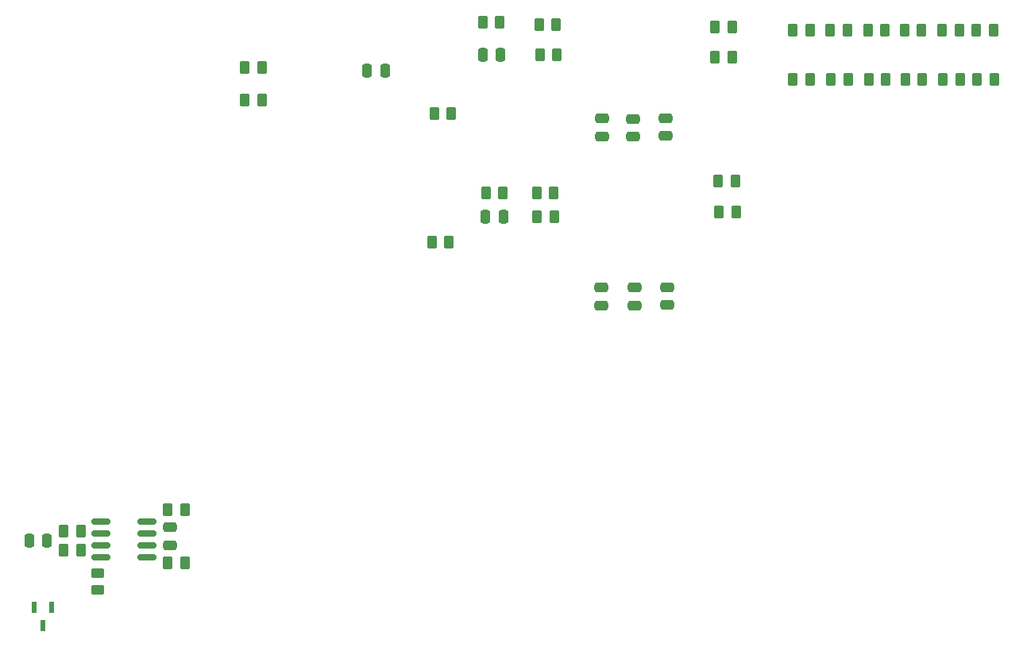
<source format=gbr>
%TF.GenerationSoftware,KiCad,Pcbnew,8.0.4*%
%TF.CreationDate,2025-05-16T22:52:33-07:00*%
%TF.ProjectId,pcc_v0.1,7063635f-7630-42e3-912e-6b696361645f,rev?*%
%TF.SameCoordinates,Original*%
%TF.FileFunction,Paste,Top*%
%TF.FilePolarity,Positive*%
%FSLAX46Y46*%
G04 Gerber Fmt 4.6, Leading zero omitted, Abs format (unit mm)*
G04 Created by KiCad (PCBNEW 8.0.4) date 2025-05-16 22:52:33*
%MOMM*%
%LPD*%
G01*
G04 APERTURE LIST*
G04 Aperture macros list*
%AMRoundRect*
0 Rectangle with rounded corners*
0 $1 Rounding radius*
0 $2 $3 $4 $5 $6 $7 $8 $9 X,Y pos of 4 corners*
0 Add a 4 corners polygon primitive as box body*
4,1,4,$2,$3,$4,$5,$6,$7,$8,$9,$2,$3,0*
0 Add four circle primitives for the rounded corners*
1,1,$1+$1,$2,$3*
1,1,$1+$1,$4,$5*
1,1,$1+$1,$6,$7*
1,1,$1+$1,$8,$9*
0 Add four rect primitives between the rounded corners*
20,1,$1+$1,$2,$3,$4,$5,0*
20,1,$1+$1,$4,$5,$6,$7,0*
20,1,$1+$1,$6,$7,$8,$9,0*
20,1,$1+$1,$8,$9,$2,$3,0*%
G04 Aperture macros list end*
%ADD10RoundRect,0.250000X-0.475000X0.250000X-0.475000X-0.250000X0.475000X-0.250000X0.475000X0.250000X0*%
%ADD11RoundRect,0.250000X-0.262500X-0.450000X0.262500X-0.450000X0.262500X0.450000X-0.262500X0.450000X0*%
%ADD12RoundRect,0.250000X0.262500X0.450000X-0.262500X0.450000X-0.262500X-0.450000X0.262500X-0.450000X0*%
%ADD13RoundRect,0.250000X-0.250000X-0.475000X0.250000X-0.475000X0.250000X0.475000X-0.250000X0.475000X0*%
%ADD14R,0.558800X1.270000*%
%ADD15RoundRect,0.150000X0.825000X0.150000X-0.825000X0.150000X-0.825000X-0.150000X0.825000X-0.150000X0*%
%ADD16RoundRect,0.250000X0.250000X0.475000X-0.250000X0.475000X-0.250000X-0.475000X0.250000X-0.475000X0*%
%ADD17RoundRect,0.250000X-0.450000X0.262500X-0.450000X-0.262500X0.450000X-0.262500X0.450000X0.262500X0*%
G04 APERTURE END LIST*
D10*
%TO.C,C6*%
X133230000Y-52210000D03*
X133230000Y-54110000D03*
%TD*%
D11*
%TO.C,R19*%
X145730000Y-44160000D03*
X147555000Y-44160000D03*
%TD*%
D12*
%TO.C,R21*%
X175012753Y-24750253D03*
X173187753Y-24750253D03*
%TD*%
%TO.C,R4*%
X159512753Y-30000253D03*
X157687753Y-30000253D03*
%TD*%
D11*
%TO.C,R33*%
X75900253Y-78190253D03*
X77725253Y-78190253D03*
%TD*%
D13*
%TO.C,C5*%
X120850000Y-44650000D03*
X122750000Y-44650000D03*
%TD*%
D12*
%TO.C,R30*%
X88800253Y-75890253D03*
X86975253Y-75890253D03*
%TD*%
%TO.C,R16*%
X128462500Y-27400000D03*
X126637500Y-27400000D03*
%TD*%
%TO.C,R12*%
X97025253Y-28750253D03*
X95200253Y-28750253D03*
%TD*%
D10*
%TO.C,C1*%
X140050000Y-34150000D03*
X140050000Y-36050000D03*
%TD*%
%TO.C,C10*%
X87200253Y-77790253D03*
X87200253Y-79690253D03*
%TD*%
D12*
%TO.C,R5*%
X159425253Y-24750253D03*
X157600253Y-24750253D03*
%TD*%
%TO.C,R2*%
X171425253Y-30000253D03*
X169600253Y-30000253D03*
%TD*%
D13*
%TO.C,C4*%
X120580000Y-27410000D03*
X122480000Y-27410000D03*
%TD*%
D14*
%TO.C,U5*%
X74600253Y-86350253D03*
X72770255Y-86350253D03*
X73685254Y-88280653D03*
%TD*%
D12*
%TO.C,R18*%
X147462500Y-40900000D03*
X145637500Y-40900000D03*
%TD*%
%TO.C,R1*%
X175100253Y-30000253D03*
X173275253Y-30000253D03*
%TD*%
D11*
%TO.C,R31*%
X86987753Y-81590253D03*
X88812753Y-81590253D03*
%TD*%
D15*
%TO.C,U8*%
X84800253Y-81000253D03*
X84800253Y-79730253D03*
X84800253Y-78460253D03*
X84800253Y-77190253D03*
X79850253Y-77190253D03*
X79850253Y-78460253D03*
X79850253Y-79730253D03*
X79850253Y-81000253D03*
%TD*%
D12*
%TO.C,R26*%
X117212500Y-33650000D03*
X115387500Y-33650000D03*
%TD*%
D11*
%TO.C,R7*%
X145317500Y-27660000D03*
X147142500Y-27660000D03*
%TD*%
D12*
%TO.C,R25*%
X163512753Y-30000253D03*
X161687753Y-30000253D03*
%TD*%
%TO.C,R3*%
X167425253Y-30000253D03*
X165600253Y-30000253D03*
%TD*%
D10*
%TO.C,C3*%
X133300000Y-34200000D03*
X133300000Y-36100000D03*
%TD*%
D12*
%TO.C,R23*%
X167337753Y-24750253D03*
X165512753Y-24750253D03*
%TD*%
D16*
%TO.C,C9*%
X110130000Y-29110000D03*
X108230000Y-29110000D03*
%TD*%
D10*
%TO.C,C8*%
X140250253Y-52200253D03*
X140250253Y-54100253D03*
%TD*%
%TO.C,C7*%
X136730000Y-52210000D03*
X136730000Y-54110000D03*
%TD*%
D16*
%TO.C,C12*%
X74100253Y-79190253D03*
X72200253Y-79190253D03*
%TD*%
D11*
%TO.C,R8*%
X120567500Y-23910000D03*
X122392500Y-23910000D03*
%TD*%
D12*
%TO.C,R13*%
X97025253Y-32250253D03*
X95200253Y-32250253D03*
%TD*%
D17*
%TO.C,R32*%
X79550253Y-82660253D03*
X79550253Y-84485253D03*
%TD*%
D12*
%TO.C,R24*%
X163425253Y-24750253D03*
X161600253Y-24750253D03*
%TD*%
%TO.C,R14*%
X116962500Y-47400000D03*
X115137500Y-47400000D03*
%TD*%
D11*
%TO.C,R11*%
X126567500Y-24160000D03*
X128392500Y-24160000D03*
%TD*%
D10*
%TO.C,C2*%
X136620000Y-34240000D03*
X136620000Y-36140000D03*
%TD*%
D12*
%TO.C,R10*%
X128200000Y-44650000D03*
X126375000Y-44650000D03*
%TD*%
D11*
%TO.C,R17*%
X120905000Y-42160000D03*
X122730000Y-42160000D03*
%TD*%
D12*
%TO.C,R20*%
X155425253Y-24750253D03*
X153600253Y-24750253D03*
%TD*%
%TO.C,R6*%
X155425253Y-30000253D03*
X153600253Y-30000253D03*
%TD*%
D11*
%TO.C,R15*%
X126317500Y-42160000D03*
X128142500Y-42160000D03*
%TD*%
D12*
%TO.C,R22*%
X171337753Y-24750253D03*
X169512753Y-24750253D03*
%TD*%
%TO.C,R9*%
X147125000Y-24400000D03*
X145300000Y-24400000D03*
%TD*%
%TO.C,R27*%
X77725253Y-80190253D03*
X75900253Y-80190253D03*
%TD*%
M02*

</source>
